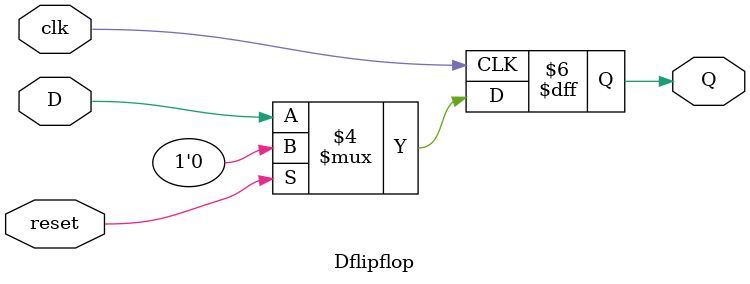
<source format=v>
module Dflipflop (D,clk,reset,Q);
input D;
  input clk;
  input reset;
  output reg Q;
  always @(posedge clk)
  begin
 if(reset==1'b1)
 Q <=1'b0;
 else
Q <=D;
 end 
endmodule

</source>
